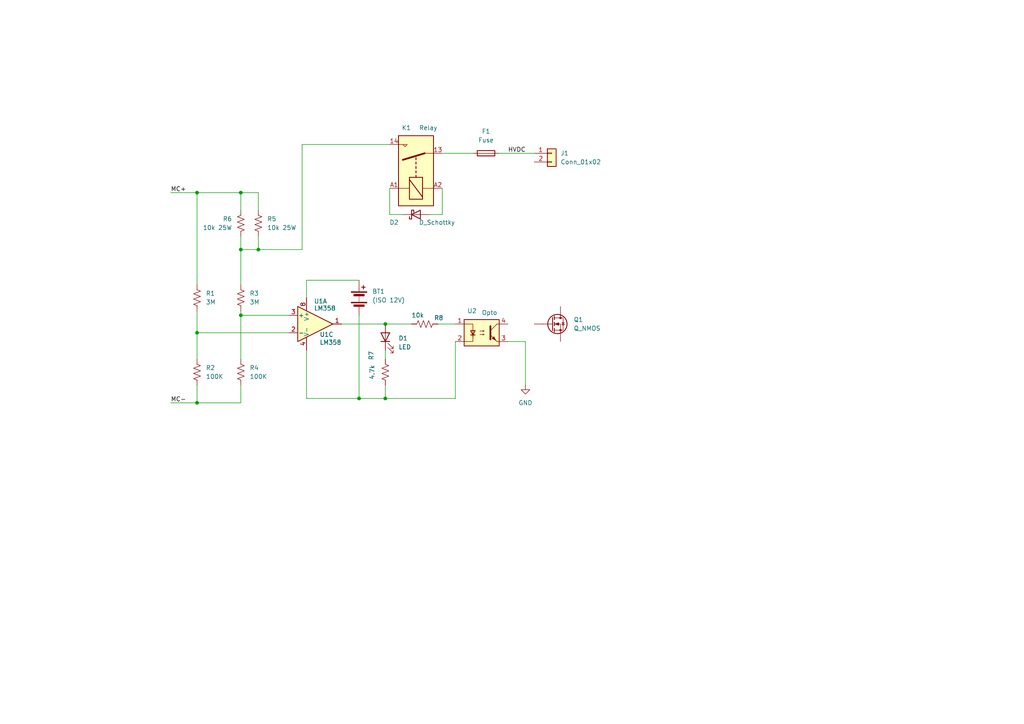
<source format=kicad_sch>
(kicad_sch (version 20250114) (generator "eeschema") (generator_version "9.0")
  (paper "A4")
  (lib_symbols
    (symbol "Amplifier_Operational:LM358" (pin_names (offset 0.127))
      (property "Reference" "U" (at 0 5.08 0))
      (property "Value" "LM358" (at 0 -5.08 0))
      (symbol "LM358_1_1"
        (polyline (pts (xy -5.08 5.08) (xy 5.08 0) (xy -5.08 -5.08) (xy -5.08 5.08)) (stroke (width 0.254)) (fill (type background)))
        (pin input line (at -7.62 2.54 0) (length 2.54) (name "+") (number "3"))
        (pin input line (at -7.62 -2.54 0) (length 2.54) (name "-") (number "2"))
        (pin output line (at 7.62 0 180) (length 2.54) (name "~") (number "1"))
      )
      (symbol "LM358_2_1"
        (polyline (pts (xy -5.08 5.08) (xy 5.08 0) (xy -5.08 -5.08) (xy -5.08 5.08)) (stroke (width 0.254)) (fill (type background)))
        (pin input line (at -7.62 2.54 0) (length 2.54) (name "+") (number "5"))
        (pin input line (at -7.62 -2.54 0) (length 2.54) (name "-") (number "6"))
        (pin output line (at 7.62 0 180) (length 2.54) (name "~") (number "7"))
      )
      (symbol "LM358_3_1"
        (pin power_in line (at -2.54 7.62 270) (length 3.81) (name "V+") (number "8"))
        (pin power_in line (at -2.54 -7.62 90) (length 3.81) (name "V-") (number "4"))
      )
    )
    (symbol "Connector_Generic:Conn_01x02" (pin_names (offset 1.016) (hide yes))
      (property "Reference" "J" (at 0 2.54 0))
      (property "Value" "Conn_01x02" (at 0 -5.08 0))
      (symbol "Conn_01x02_1_1"
        (rectangle (start -1.27 1.27) (end 1.27 -3.81) (stroke (width 0.254)) (fill (type background)))
        (rectangle (start -1.27 0.127) (end 0 -0.127) (stroke (width 0.1524)))
        (rectangle (start -1.27 -2.413) (end 0 -2.667) (stroke (width 0.1524)))
        (pin passive line (at -5.08 0 0) (length 3.81) (name "Pin_1") (number "1"))
        (pin passive line (at -5.08 -2.54 0) (length 3.81) (name "Pin_2") (number "2"))
      )
    )
    (symbol "Device:Battery" (pin_numbers (hide yes)) (pin_names (offset 0) (hide yes))
      (property "Reference" "BT" (at 2.54 2.54 0))
      (property "Value" "Battery" (at 2.54 0 0))
      (symbol "Battery_0_1"
        (rectangle (start -2.286 1.778) (end 2.286 1.524) (fill (type outline)))
        (rectangle (start -2.286 -1.27) (end 2.286 -1.524) (fill (type outline)))
        (rectangle (start -1.524 1.016) (end 1.524 0.508) (fill (type outline)))
        (rectangle (start -1.524 -2.032) (end 1.524 -2.54) (fill (type outline)))
        (polyline (pts (xy 0 1.778) (xy 0 2.54)))
        (polyline (pts (xy 0 0) (xy 0 0.254)))
        (polyline (pts (xy 0 -0.508) (xy 0 -0.254)))
        (polyline (pts (xy 0 -1.016) (xy 0 -0.762)))
        (polyline (pts (xy 0.762 3.048) (xy 1.778 3.048)) (stroke (width 0.254)))
        (polyline (pts (xy 1.27 3.556) (xy 1.27 2.54)) (stroke (width 0.254)))
      )
      (symbol "Battery_1_1"
        (pin passive line (at 0 5.08 270) (length 2.54) (name "+") (number "1"))
        (pin passive line (at 0 -5.08 90) (length 2.54) (name "-") (number "2"))
      )
    )
    (symbol "Device:D_Schottky" (pin_numbers (hide yes)) (pin_names (offset 1.016) (hide yes))
      (property "Reference" "D" (at 0 2.54 0))
      (property "Value" "D_Schottky" (at 0 -2.54 0))
      (symbol "D_Schottky_0_1"
        (polyline (pts (xy -1.905 0.635) (xy -1.905 1.27) (xy -1.27 1.27) (xy -1.27 -1.27) (xy -0.635 -1.27) (xy -0.635 -0.635)) (stroke (width 0.254)))
        (polyline (pts (xy 1.27 1.27) (xy 1.27 -1.27) (xy -1.27 0) (xy 1.27 1.27)) (stroke (width 0.254)))
        (polyline (pts (xy 1.27 0) (xy -1.27 0)))
      )
      (symbol "D_Schottky_1_1"
        (pin passive line (at -3.81 0 0) (length 2.54) (name "K") (number "1"))
        (pin passive line (at 3.81 0 180) (length 2.54) (name "A") (number "2"))
      )
    )
    (symbol "Device:Fuse" (pin_numbers (hide yes)) (pin_names (offset 0))
      (property "Reference" "F" (at 2.032 0 90))
      (property "Value" "Fuse" (at -1.905 0 90))
      (symbol "Fuse_0_1"
        (rectangle (start -0.762 -2.54) (end 0.762 2.54) (stroke (width 0.254)))
        (polyline (pts (xy 0 2.54) (xy 0 -2.54)))
      )
      (symbol "Fuse_1_1"
        (pin passive line (at 0 3.81 270) (length 1.27) (name "~") (number "1"))
        (pin passive line (at 0 -3.81 90) (length 1.27) (name "~") (number "2"))
      )
    )
    (symbol "Device:LED" (pin_numbers (hide yes)) (pin_names (offset 1.016) (hide yes))
      (property "Reference" "D" (at 0 2.54 0))
      (property "Value" "LED" (at 0 -2.54 0))
      (symbol "LED_0_1"
        (polyline (pts (xy -3.048 -0.762) (xy -4.572 -2.286) (xy -3.81 -2.286) (xy -4.572 -2.286) (xy -4.572 -1.524)))
        (polyline (pts (xy -1.778 -0.762) (xy -3.302 -2.286) (xy -2.54 -2.286) (xy -3.302 -2.286) (xy -3.302 -1.524)))
        (polyline (pts (xy -1.27 0) (xy 1.27 0)))
        (polyline (pts (xy -1.27 -1.27) (xy -1.27 1.27)) (stroke (width 0.254)))
        (polyline (pts (xy 1.27 -1.27) (xy 1.27 1.27) (xy -1.27 0) (xy 1.27 -1.27)) (stroke (width 0.254)))
      )
      (symbol "LED_1_1"
        (pin passive line (at -3.81 0 0) (length 2.54) (name "K") (number "1"))
        (pin passive line (at 3.81 0 180) (length 2.54) (name "A") (number "2"))
      )
    )
    (symbol "Device:Q_NMOS" (pin_numbers (hide yes)) (pin_names (offset 0) (hide yes))
      (property "Reference" "Q" (at 5.08 1.27 0))
      (property "Value" "Q_NMOS" (at 5.08 -1.27 0))
      (symbol "Q_NMOS_0_1"
        (polyline (pts (xy 0.254 1.905) (xy 0.254 -1.905)) (stroke (width 0.254)))
        (polyline (pts (xy 0.254 0) (xy -2.54 0)))
        (polyline (pts (xy 0.762 2.286) (xy 0.762 1.27)) (stroke (width 0.254)))
        (polyline (pts (xy 0.762 0.508) (xy 0.762 -0.508)) (stroke (width 0.254)))
        (polyline (pts (xy 0.762 -1.27) (xy 0.762 -2.286)) (stroke (width 0.254)))
        (polyline (pts (xy 0.762 -1.778) (xy 3.302 -1.778) (xy 3.302 1.778) (xy 0.762 1.778)))
        (polyline (pts (xy 1.016 0) (xy 2.032 0.381) (xy 2.032 -0.381) (xy 1.016 0)) (fill (type outline)))
        (circle (center 1.651 0) (radius 2.794) (stroke (width 0.254)))
        (polyline (pts (xy 2.54 2.54) (xy 2.54 1.778)))
        (circle (center 2.54 1.778) (radius 0.254) (fill (type outline)))
        (circle (center 2.54 -1.778) (radius 0.254) (fill (type outline)))
        (polyline (pts (xy 2.54 -2.54) (xy 2.54 0) (xy 0.762 0)))
        (polyline (pts (xy 2.921 0.381) (xy 3.683 0.381)))
        (polyline (pts (xy 3.302 0.381) (xy 2.921 -0.254) (xy 3.683 -0.254) (xy 3.302 0.381)))
      )
      (symbol "Q_NMOS_1_1"
        (pin input line (at -5.08 0 0) (length 2.54) (name "G") (number "G"))
        (pin passive line (at 2.54 5.08 270) (length 2.54) (name "D") (number "D"))
        (pin passive line (at 2.54 -5.08 90) (length 2.54) (name "S") (number "S"))
      )
    )
    (symbol "Device:R_US" (pin_numbers (hide yes)) (pin_names (offset 0))
      (property "Reference" "R" (at 2.54 0 90))
      (property "Value" "R_US" (at -2.54 0 90))
      (symbol "R_US_0_1"
        (polyline (pts (xy 0 2.286) (xy 0 2.54)))
        (polyline (pts (xy 0 2.286) (xy 1.016 1.905) (xy 0 1.524) (xy -1.016 1.143) (xy 0 0.762)))
        (polyline (pts (xy 0 0.762) (xy 1.016 0.381) (xy 0 0) (xy -1.016 -0.381) (xy 0 -0.762)))
        (polyline (pts (xy 0 -0.762) (xy 1.016 -1.143) (xy 0 -1.524) (xy -1.016 -1.905) (xy 0 -2.286)))
        (polyline (pts (xy 0 -2.286) (xy 0 -2.54)))
      )
      (symbol "R_US_1_1"
        (pin passive line (at 0 3.81 270) (length 1.27) (name "~") (number "1"))
        (pin passive line (at 0 -3.81 90) (length 1.27) (name "~") (number "2"))
      )
    )
    (symbol "Isolator:Optocoupler_DC_PhotoNPN_AKEC"
      (property "Reference" "U" (at -5.08 5.08 0))
      (property "Value" "Optocoupler_DC_PhotoNPN_AKEC" (at 0 5.08 0))
      (symbol "Optocoupler_DC_PhotoNPN_AKEC_0_1"
        (rectangle (start -5.08 3.81) (end 5.08 -3.81) (stroke (width 0.254)) (fill (type background)))
        (polyline (pts (xy -5.08 2.54) (xy -2.54 2.54) (xy -2.54 -1.27) (xy -2.54 0.635)))
        (polyline (pts (xy -3.175 -0.635) (xy -1.905 -0.635)) (stroke (width 0.254)))
        (polyline (pts (xy -2.54 -0.635) (xy -2.54 -2.54) (xy -5.08 -2.54)))
        (polyline (pts (xy -2.54 -0.635) (xy -3.175 0.635) (xy -1.905 0.635) (xy -2.54 -0.635)) (stroke (width 0.254)))
        (polyline (pts (xy -0.508 0.508) (xy 0.762 0.508) (xy 0.381 0.381) (xy 0.381 0.635) (xy 0.762 0.508)))
        (polyline (pts (xy -0.508 -0.508) (xy 0.762 -0.508) (xy 0.381 -0.635) (xy 0.381 -0.381) (xy 0.762 -0.508)))
        (polyline (pts (xy 2.54 1.905) (xy 2.54 -1.905)) (stroke (width 0.508)))
        (polyline (pts (xy 2.54 0.635) (xy 4.445 2.54)))
        (polyline (pts (xy 3.048 -1.651) (xy 3.556 -1.143) (xy 4.064 -2.159) (xy 3.048 -1.651)) (fill (type outline)))
        (polyline (pts (xy 4.445 2.54) (xy 5.08 2.54)))
        (polyline (pts (xy 4.445 -2.54) (xy 2.54 -0.635)) (fill (type outline)))
        (polyline (pts (xy 4.445 -2.54) (xy 5.08 -2.54)))
      )
      (symbol "Optocoupler_DC_PhotoNPN_AKEC_1_1"
        (pin passive line (at -7.62 2.54 0) (length 2.54) (name "~") (number "1"))
        (pin passive line (at -7.62 -2.54 0) (length 2.54) (name "~") (number "2"))
        (pin passive line (at 7.62 2.54 180) (length 2.54) (name "~") (number "4"))
        (pin passive line (at 7.62 -2.54 180) (length 2.54) (name "~") (number "3"))
      )
    )
    (symbol "Relay:Fujitsu_FTR-LYAA005x"
      (property "Reference" "K" (at 11.43 3.81 0))
      (property "Value" "Fujitsu_FTR-LYAA005x" (at 11.43 1.27 0))
      (symbol "Fujitsu_FTR-LYAA005x_0_0"
        (polyline (pts (xy 7.62 5.08) (xy 7.62 2.54) (xy 6.985 3.175) (xy 7.62 3.81)))
      )
      (symbol "Fujitsu_FTR-LYAA005x_0_1"
        (rectangle (start -10.16 5.08) (end 10.16 -5.08) (stroke (width 0.254)) (fill (type background)))
        (rectangle (start -8.255 1.905) (end -1.905 -1.905) (stroke (width 0.254)))
        (polyline (pts (xy -7.62 -1.905) (xy -2.54 1.905)) (stroke (width 0.254)))
        (polyline (pts (xy -5.08 5.08) (xy -5.08 1.905)))
        (polyline (pts (xy -5.08 -5.08) (xy -5.08 -1.905)))
        (polyline (pts (xy -1.905 0) (xy -1.27 0)) (stroke (width 0.254)))
        (polyline (pts (xy -0.635 0) (xy 0 0)) (stroke (width 0.254)))
        (polyline (pts (xy 0.635 0) (xy 1.27 0)) (stroke (width 0.254)))
        (polyline (pts (xy 1.905 0) (xy 2.54 0)) (stroke (width 0.254)))
        (polyline (pts (xy 3.175 0) (xy 3.81 0)) (stroke (width 0.254)))
        (polyline (pts (xy 5.08 -2.54) (xy 3.175 3.81)) (stroke (width 0.508)))
        (polyline (pts (xy 5.08 -2.54) (xy 5.08 -5.08)))
      )
      (symbol "Fujitsu_FTR-LYAA005x_1_1"
        (pin passive line (at -5.08 7.62 270) (length 2.54) (name "~") (number "A1"))
        (pin passive line (at -5.08 -7.62 90) (length 2.54) (name "~") (number "A2"))
        (pin passive line (at 5.08 -7.62 90) (length 2.54) (name "~") (number "13"))
        (pin passive line (at 7.62 7.62 270) (length 2.54) (name "~") (number "14"))
      )
    )
    (symbol "power:GND" (power) (pin_numbers (hide yes)) (pin_names (offset 0) (hide yes))
      (property "Value" "GND" (at 0 -3.81 0))
      (symbol "GND_0_1"
        (polyline (pts (xy 0 0) (xy 0 -1.27) (xy 1.27 -1.27) (xy 0 -2.54) (xy -1.27 -1.27) (xy 0 -1.27)))
      )
      (symbol "GND_1_1"
        (pin power_in line (at 0 0 270) (length 0) (name "~") (number "1"))
      )
    )
  )
  (junction (at 57.15 55.88))
  (junction (at 57.15 116.84))
  (junction (at 69.85 72.39))
  (junction (at 111.76 93.98))
  (junction (at 57.15 96.52))
  (junction (at 104.14 115.57))
  (junction (at 69.85 91.44))
  (junction (at 74.93 72.39))
  (junction (at 69.85 55.88))
  (junction (at 111.76 115.57))
  (wire (pts (xy 57.15 55.88) (xy 69.85 55.88)))
  (wire (pts (xy 119.38 93.98) (xy 111.76 93.98)))
  (wire (pts (xy 69.85 91.44) (xy 69.85 104.14)))
  (wire (pts (xy 87.63 41.91) (xy 113.03 41.91)))
  (wire (pts (xy 69.85 55.88) (xy 74.93 55.88)))
  (wire (pts (xy 74.93 72.39) (xy 74.93 68.58)))
  (wire (pts (xy 49.53 116.84) (xy 57.15 116.84)))
  (wire (pts (xy 104.14 91.44) (xy 104.14 115.57)))
  (wire (pts (xy 128.27 44.45) (xy 137.16 44.45)))
  (wire (pts (xy 87.63 41.91) (xy 87.63 72.39)))
  (wire (pts (xy 69.85 55.88) (xy 69.85 60.96)))
  (wire (pts (xy 111.76 101.6) (xy 111.76 104.14)))
  (wire (pts (xy 88.9 115.57) (xy 104.14 115.57)))
  (wire (pts (xy 88.9 101.6) (xy 88.9 115.57)))
  (wire (pts (xy 99.06 93.98) (xy 111.76 93.98)))
  (wire (pts (xy 49.53 55.88) (xy 57.15 55.88)))
  (wire (pts (xy 127 93.98) (xy 132.08 93.98)))
  (wire (pts (xy 124.46 62.23) (xy 128.27 62.23)))
  (wire (pts (xy 132.08 99.06) (xy 132.08 115.57)))
  (wire (pts (xy 74.93 55.88) (xy 74.93 60.96)))
  (wire (pts (xy 152.4 99.06) (xy 152.4 111.76)))
  (wire (pts (xy 147.32 99.06) (xy 152.4 99.06)))
  (wire (pts (xy 57.15 90.17) (xy 57.15 96.52)))
  (wire (pts (xy 57.15 111.76) (xy 57.15 116.84)))
  (wire (pts (xy 69.85 72.39) (xy 69.85 82.55)))
  (wire (pts (xy 144.78 44.45) (xy 154.94 44.45)))
  (wire (pts (xy 57.15 116.84) (xy 69.85 116.84)))
  (wire (pts (xy 69.85 68.58) (xy 69.85 72.39)))
  (wire (pts (xy 69.85 90.17) (xy 69.85 91.44)))
  (wire (pts (xy 88.9 81.28) (xy 104.14 81.28)))
  (wire (pts (xy 74.93 72.39) (xy 87.63 72.39)))
  (wire (pts (xy 113.03 62.23) (xy 113.03 54.61)))
  (wire (pts (xy 57.15 96.52) (xy 57.15 104.14)))
  (wire (pts (xy 69.85 116.84) (xy 69.85 111.76)))
  (wire (pts (xy 116.84 62.23) (xy 113.03 62.23)))
  (wire (pts (xy 111.76 115.57) (xy 132.08 115.57)))
  (wire (pts (xy 69.85 91.44) (xy 83.82 91.44)))
  (wire (pts (xy 69.85 72.39) (xy 74.93 72.39)))
  (wire (pts (xy 104.14 115.57) (xy 111.76 115.57)))
  (wire (pts (xy 128.27 62.23) (xy 128.27 54.61)))
  (wire (pts (xy 88.9 86.36) (xy 88.9 81.28)))
  (wire (pts (xy 111.76 111.76) (xy 111.76 115.57)))
  (wire (pts (xy 57.15 82.55) (xy 57.15 55.88)))
  (wire (pts (xy 57.15 96.52) (xy 83.82 96.52)))
  (label "MC+" (at 49.53 55.88 0))
  (label "MC-" (at 49.53 116.84 0))
  (label "HVDC" (at 147.32 44.45 0))
  (symbol (lib_id "Isolator:Optocoupler_DC_PhotoNPN_AKEC") (at 139.7 96.52 0) (unit 1)
    (property "Reference" "U2" (at 136.906 90.17 0))
    (property "Value" "Opto" (at 141.986 90.678 0))
    (property "Description" "Generic DC optocoupler with NPN phototransistor output, pins order: anode/cathode/emitter/collector" (effects (hide yes)))
  )
  (symbol (lib_id "Device:LED") (at 111.76 97.79 90) (unit 1)
    (property "Reference" "D1" (at 115.57 98.1074 90) (effects (justify right)))
    (property "Value" "LED" (at 115.57 100.6474 90) (effects (justify right)))
    (property "Description" "Light emitting diode" (effects (hide yes)))
    (property "Sim.Pins" "1=K 2=A" (effects (hide yes)))
  )
  (symbol (lib_id "Device:R_US") (at 69.85 86.36 0) (unit 1)
    (property "Reference" "R3" (at 72.39 85.0899 0) (effects (justify left)))
    (property "Value" "3M" (at 72.39 87.6299 0) (effects (justify left)))
    (property "Description" "Resistor, US symbol" (effects (hide yes)))
  )
  (symbol (lib_id "Device:Fuse") (at 140.97 44.45 90) (unit 1)
    (property "Reference" "F1" (at 140.97 38.1 90))
    (property "Value" "Fuse" (at 140.97 40.64 90))
    (property "Description" "Fuse" (effects (hide yes)))
  )
  (symbol (lib_id "Device:R_US") (at 74.93 64.77 0) (unit 1)
    (property "Reference" "R5" (at 77.47 63.4999 0) (effects (justify left)))
    (property "Value" "10k 25W" (at 77.47 66.0399 0) (effects (justify left)))
    (property "Description" "Resistor, US symbol" (effects (hide yes)))
  )
  (symbol (lib_id "Device:D_Schottky") (at 120.65 62.23 0) (mirror x) (unit 1)
    (property "Reference" "D2" (at 114.3 64.516 0))
    (property "Value" "D_Schottky" (at 126.746 64.516 0))
    (property "Description" "Schottky diode" (effects (hide yes)))
  )
  (symbol (lib_id "Amplifier_Operational:LM358") (at 91.44 93.98 0) (unit 1)
    (property "Reference" "U1" (at 92.964 87.376 0))
    (property "Value" "LM358" (at 94.234 89.408 0))
    (property "Datasheet" "http://www.ti.com/lit/ds/symlink/lm2904-n.pdf" (effects (hide yes)))
    (property "Description" "Low-Power, Dual Operational Amplifiers, DIP-8/SOIC-8/TO-99-8" (effects (hide yes)))
  )
  (symbol (lib_id "Device:R_US") (at 111.76 107.95 180) (unit 1)
    (property "Reference" "R7" (at 107.696 103.124 90))
    (property "Value" "4.7k" (at 107.95 107.95 90))
    (property "Description" "Resistor, US symbol" (effects (hide yes)))
  )
  (symbol (lib_id "Device:R_US") (at 123.19 93.98 90) (unit 1)
    (property "Reference" "R8" (at 127.254 92.202 90))
    (property "Value" "10k" (at 121.158 91.44 90))
    (property "Description" "Resistor, US symbol" (effects (hide yes)))
  )
  (symbol (lib_id "Device:R_US") (at 69.85 64.77 0) (mirror y) (unit 1)
    (property "Reference" "R6" (at 67.31 63.4999 0) (effects (justify left)))
    (property "Value" "10k 25W" (at 67.31 66.0399 0) (effects (justify left)))
    (property "Description" "Resistor, US symbol" (effects (hide yes)))
  )
  (symbol (lib_id "Connector_Generic:Conn_01x02") (at 160.02 44.45 0) (unit 1)
    (property "Reference" "J1" (at 162.56 44.4499 0) (effects (justify left)))
    (property "Value" "Conn_01x02" (at 162.56 46.9899 0) (effects (justify left)))
    (property "Description" "Generic connector, single row, 01x02, script generated (kicad-library-utils/schlib/autogen/connector/)" (effects (hide yes)))
  )
  (symbol (lib_id "power:GND") (at 152.4 111.76 0) (unit 1)
    (property "Reference" "#PWR01" (effects (hide yes)))
    (property "Value" "GND" (at 152.4 116.84 0))
    (property "Description" "Power symbol creates a global label with name \"GND\" , ground" (effects (hide yes)))
  )
  (symbol (lib_id "Device:R_US") (at 57.15 107.95 0) (unit 1)
    (property "Reference" "R2" (at 59.69 106.6799 0) (effects (justify left)))
    (property "Value" "100K" (at 59.69 109.2199 0) (effects (justify left)))
    (property "Description" "Resistor, US symbol" (effects (hide yes)))
  )
  (symbol (lib_id "Relay:Fujitsu_FTR-LYAA005x") (at 120.65 49.53 90) (unit 1)
    (property "Reference" "K1" (at 117.856 37.084 90))
    (property "Value" "Relay" (at 124.206 37.084 90))
    (property "Footprint" "Relay_THT:Relay_SPST-NO_Fujitsu_FTR-LYAA005x_FormA_Vertical" (effects (hide yes)))
    (property "Datasheet" "https://www.fujitsu.com/sg/imagesgig5/ftr-ly.pdf" (effects (hide yes)))
    (property "Description" "Relay, SPST Form A, vertical mount, 5-60V coil, 6A, 250VAC, 28 x 5 x 15mm" (effects (hide yes)))
  )
  (symbol (lib_id "Amplifier_Operational:LM358") (at 91.44 93.98 0) (unit 3)
    (property "Reference" "U1" (at 92.71 97.028 0) (effects (justify left)))
    (property "Value" "LM358" (at 92.71 99.314 0) (effects (justify left)))
    (property "Datasheet" "http://www.ti.com/lit/ds/symlink/lm2904-n.pdf" (effects (hide yes)))
    (property "Description" "Low-Power, Dual Operational Amplifiers, DIP-8/SOIC-8/TO-99-8" (effects (hide yes)))
  )
  (symbol (lib_id "Device:Q_NMOS") (at 160.02 93.98 0) (unit 1)
    (property "Reference" "Q1" (at 166.37 92.7099 0) (effects (justify left)))
    (property "Value" "Q_NMOS" (at 166.37 95.2499 0) (effects (justify left)))
    (property "Description" "N-MOSFET transistor" (effects (hide yes)))
  )
  (symbol (lib_id "Device:Battery") (at 104.14 86.36 0) (unit 1)
    (property "Reference" "BT1" (at 107.95 84.5184 0) (effects (justify left)))
    (property "Value" "(ISO 12V)" (at 107.95 87.0584 0) (effects (justify left)))
    (property "Description" "Multiple-cell battery" (effects (hide yes)))
    (property "Sim.Device" "V" (effects (hide yes)))
    (property "Sim.Type" "DC" (effects (hide yes)))
    (property "Sim.Pins" "1=+ 2=-" (effects (hide yes)))
  )
  (symbol (lib_id "Device:R_US") (at 69.85 107.95 0) (unit 1)
    (property "Reference" "R4" (at 72.39 106.6799 0) (effects (justify left)))
    (property "Value" "100K" (at 72.39 109.2199 0) (effects (justify left)))
    (property "Description" "Resistor, US symbol" (effects (hide yes)))
  )
  (symbol (lib_id "Device:R_US") (at 57.15 86.36 0) (unit 1)
    (property "Reference" "R1" (at 59.69 85.0899 0) (effects (justify left)))
    (property "Value" "3M" (at 59.69 87.6299 0) (effects (justify left)))
    (property "Description" "Resistor, US symbol" (effects (hide yes)))
  )
)
</source>
